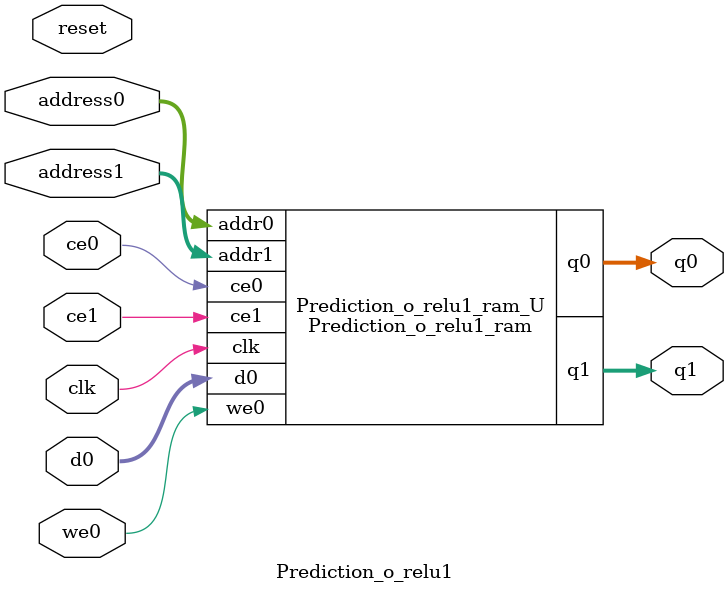
<source format=v>
`timescale 1 ns / 1 ps
module Prediction_o_relu1_ram (addr0, ce0, d0, we0, q0, addr1, ce1, q1,  clk);

parameter DWIDTH = 32;
parameter AWIDTH = 13;
parameter MEM_SIZE = 4704;

input[AWIDTH-1:0] addr0;
input ce0;
input[DWIDTH-1:0] d0;
input we0;
output reg[DWIDTH-1:0] q0;
input[AWIDTH-1:0] addr1;
input ce1;
output reg[DWIDTH-1:0] q1;
input clk;

(* ram_style = "block" *)reg [DWIDTH-1:0] ram[0:MEM_SIZE-1];




always @(posedge clk)  
begin 
    if (ce0) 
    begin
        if (we0) 
        begin 
            ram[addr0] <= d0; 
        end 
        q0 <= ram[addr0];
    end
end


always @(posedge clk)  
begin 
    if (ce1) 
    begin
        q1 <= ram[addr1];
    end
end


endmodule

`timescale 1 ns / 1 ps
module Prediction_o_relu1(
    reset,
    clk,
    address0,
    ce0,
    we0,
    d0,
    q0,
    address1,
    ce1,
    q1);

parameter DataWidth = 32'd32;
parameter AddressRange = 32'd4704;
parameter AddressWidth = 32'd13;
input reset;
input clk;
input[AddressWidth - 1:0] address0;
input ce0;
input we0;
input[DataWidth - 1:0] d0;
output[DataWidth - 1:0] q0;
input[AddressWidth - 1:0] address1;
input ce1;
output[DataWidth - 1:0] q1;



Prediction_o_relu1_ram Prediction_o_relu1_ram_U(
    .clk( clk ),
    .addr0( address0 ),
    .ce0( ce0 ),
    .we0( we0 ),
    .d0( d0 ),
    .q0( q0 ),
    .addr1( address1 ),
    .ce1( ce1 ),
    .q1( q1 ));

endmodule


</source>
